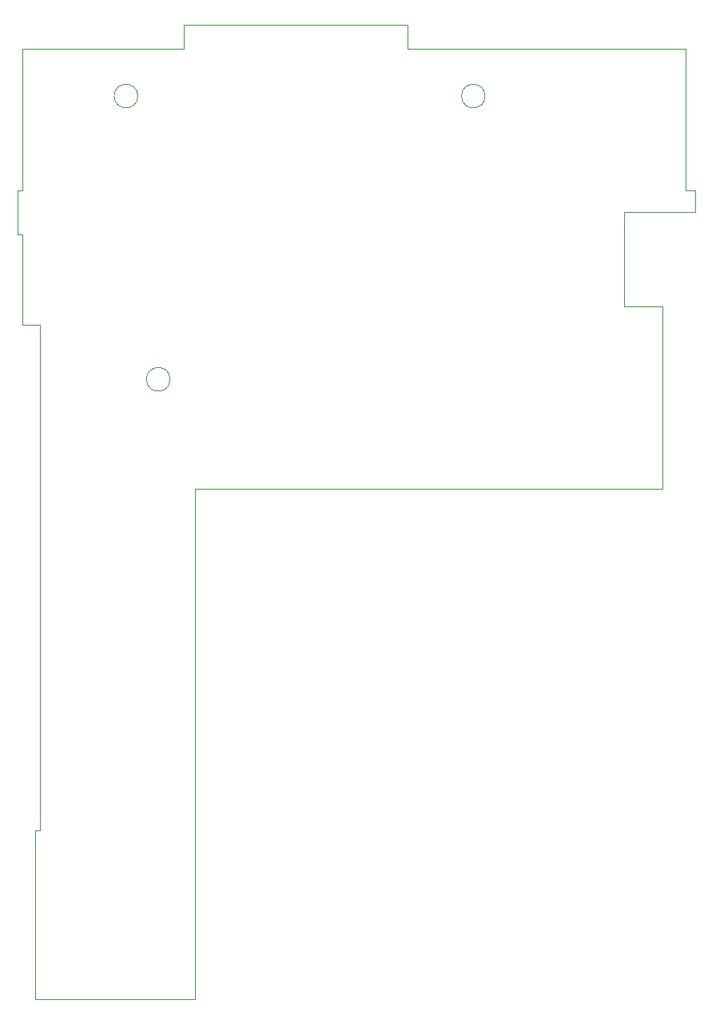
<source format=gbr>
G04 #@! TF.GenerationSoftware,KiCad,Pcbnew,5.1.5+dfsg1-2build2*
G04 #@! TF.CreationDate,2021-12-28T07:58:32+00:00*
G04 #@! TF.ProjectId,psion-org2-power,7073696f-6e2d-46f7-9267-322d706f7765,rev?*
G04 #@! TF.SameCoordinates,Original*
G04 #@! TF.FileFunction,Profile,NP*
%FSLAX46Y46*%
G04 Gerber Fmt 4.6, Leading zero omitted, Abs format (unit mm)*
G04 Created by KiCad (PCBNEW 5.1.5+dfsg1-2build2) date 2021-12-28 07:58:32*
%MOMM*%
%LPD*%
G04 APERTURE LIST*
%ADD10C,0.100000*%
G04 APERTURE END LIST*
D10*
X91150000Y-34425000D02*
G75*
G03X91150000Y-34425000I-1250000J0D01*
G01*
X127950000Y-34425000D02*
G75*
G03X127950000Y-34425000I-1250000J0D01*
G01*
X94570000Y-64400000D02*
G75*
G03X94570000Y-64400000I-1250000J0D01*
G01*
X95900000Y-29400000D02*
X96000000Y-29400000D01*
X80300000Y-130000000D02*
X97200000Y-130000000D01*
X80300000Y-129000000D02*
X80300000Y-130000000D01*
X80300000Y-122000000D02*
X80300000Y-129000000D01*
X80300000Y-112100000D02*
X80300000Y-122000000D01*
X80800000Y-112100000D02*
X80300000Y-112100000D01*
X80800000Y-58600000D02*
X80800000Y-112100000D01*
X78900000Y-58600000D02*
X80800000Y-58600000D01*
X78900000Y-49100000D02*
X78900000Y-58600000D01*
X78400000Y-49100000D02*
X78900000Y-49100000D01*
X78400000Y-44400000D02*
X78400000Y-49100000D01*
X78900000Y-44400000D02*
X78400000Y-44400000D01*
X78900000Y-29400000D02*
X78900000Y-44400000D01*
X95900000Y-29400000D02*
X78900000Y-29400000D01*
X96000000Y-26900000D02*
X96000000Y-29400000D01*
X119700000Y-26900000D02*
X96000000Y-26900000D01*
X119700000Y-29400000D02*
X119700000Y-26900000D01*
X149200000Y-29400000D02*
X119700000Y-29400000D01*
X149200000Y-44400000D02*
X149200000Y-29400000D01*
X150200000Y-44400000D02*
X149200000Y-44400000D01*
X150200000Y-46700000D02*
X150200000Y-44400000D01*
X142700000Y-46700000D02*
X150200000Y-46700000D01*
X142700000Y-56700000D02*
X142700000Y-46700000D01*
X146700000Y-56700000D02*
X142700000Y-56700000D01*
X146700000Y-76000000D02*
X146700000Y-56700000D01*
X97200000Y-76000000D02*
X146700000Y-76000000D01*
X97200000Y-130000000D02*
X97200000Y-76000000D01*
M02*

</source>
